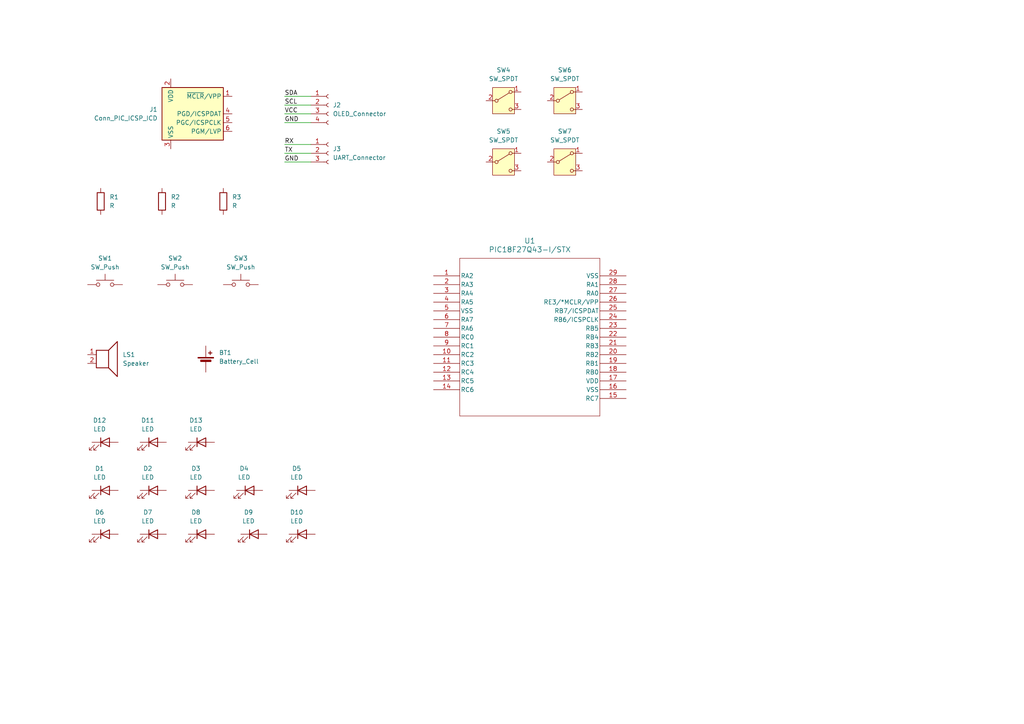
<source format=kicad_sch>
(kicad_sch (version 20250114) (generator "eeschema") (generator_version "9.0")
  (paper "A4")
  (lib_symbols
    (symbol "Connector:Conn_01x03_Socket" (pin_names (offset 1.016) (hide yes))
      (property "Reference" "J" (at 0 5.08 0))
      (property "Value" "Conn_01x03_Socket" (at 0 -5.08 0))
      (symbol "Conn_01x03_Socket_1_1"
        (polyline (pts (xy -1.27 2.54) (xy -0.508 2.54)) (stroke (width 0.1524)))
        (polyline (pts (xy -1.27 0) (xy -0.508 0)) (stroke (width 0.1524)))
        (polyline (pts (xy -1.27 -2.54) (xy -0.508 -2.54)) (stroke (width 0.1524)))
        (arc (start 0 2.032) (mid -0.5058 2.54) (end 0 3.048) (stroke (width 0.1524)))
        (arc (start 0 -0.508) (mid -0.5058 0) (end 0 0.508) (stroke (width 0.1524)))
        (arc (start 0 -3.048) (mid -0.5058 -2.54) (end 0 -2.032) (stroke (width 0.1524)))
        (pin passive line (at -5.08 2.54 0) (length 3.81) (name "Pin_1") (number "1"))
        (pin passive line (at -5.08 0 0) (length 3.81) (name "Pin_2") (number "2"))
        (pin passive line (at -5.08 -2.54 0) (length 3.81) (name "Pin_3") (number "3"))
      )
    )
    (symbol "Connector:Conn_01x04_Socket" (pin_names (offset 1.016) (hide yes))
      (property "Reference" "J" (at 0 5.08 0))
      (property "Value" "Conn_01x04_Socket" (at 0 -7.62 0))
      (symbol "Conn_01x04_Socket_1_1"
        (polyline (pts (xy -1.27 2.54) (xy -0.508 2.54)) (stroke (width 0.1524)))
        (polyline (pts (xy -1.27 0) (xy -0.508 0)) (stroke (width 0.1524)))
        (polyline (pts (xy -1.27 -2.54) (xy -0.508 -2.54)) (stroke (width 0.1524)))
        (polyline (pts (xy -1.27 -5.08) (xy -0.508 -5.08)) (stroke (width 0.1524)))
        (arc (start 0 2.032) (mid -0.5058 2.54) (end 0 3.048) (stroke (width 0.1524)))
        (arc (start 0 -0.508) (mid -0.5058 0) (end 0 0.508) (stroke (width 0.1524)))
        (arc (start 0 -3.048) (mid -0.5058 -2.54) (end 0 -2.032) (stroke (width 0.1524)))
        (arc (start 0 -5.588) (mid -0.5058 -5.08) (end 0 -4.572) (stroke (width 0.1524)))
        (pin passive line (at -5.08 2.54 0) (length 3.81) (name "Pin_1") (number "1"))
        (pin passive line (at -5.08 0 0) (length 3.81) (name "Pin_2") (number "2"))
        (pin passive line (at -5.08 -2.54 0) (length 3.81) (name "Pin_3") (number "3"))
        (pin passive line (at -5.08 -5.08 0) (length 3.81) (name "Pin_4") (number "4"))
      )
    )
    (symbol "Connector:Conn_PIC_ICSP_ICD"
      (property "Reference" "J" (at 6.35 8.89 0))
      (property "Value" "Conn_PIC_ICSP_ICD" (at -8.89 -1.27 90))
      (symbol "Conn_PIC_ICSP_ICD_0_1"
        (rectangle (start -7.62 7.62) (end 10.16 -7.62) (stroke (width 0.254)) (fill (type background)))
      )
      (symbol "Conn_PIC_ICSP_ICD_1_1"
        (pin passive line (at -5.08 10.16 270) (length 2.54) (name "VDD") (number "2"))
        (pin power_in line (at -5.08 -10.16 90) (length 2.54) (name "VSS") (number "3"))
        (pin passive line (at 12.7 5.08 180) (length 2.54) (name "~{MCLR}/VPP") (number "1"))
        (pin bidirectional line (at 12.7 0 180) (length 2.54) (name "PGD/ICSPDAT") (number "4"))
        (pin output line (at 12.7 -2.54 180) (length 2.54) (name "PGC/ICSPCLK") (number "5"))
        (pin output line (at 12.7 -5.08 180) (length 2.54) (name "PGM/LVP") (number "6"))
      )
    )
    (symbol "Device:Battery_Cell" (pin_numbers (hide yes)) (pin_names (offset 0) (hide yes))
      (property "Reference" "BT" (at 2.54 2.54 0))
      (property "Value" "Battery_Cell" (at 2.54 0 0))
      (symbol "Battery_Cell_0_1"
        (rectangle (start -2.286 1.778) (end 2.286 1.524) (fill (type outline)))
        (rectangle (start -1.524 1.016) (end 1.524 0.508) (fill (type outline)))
        (polyline (pts (xy 0 1.778) (xy 0 2.54)))
        (polyline (pts (xy 0 0.762) (xy 0 0)))
        (polyline (pts (xy 0.762 3.048) (xy 1.778 3.048)) (stroke (width 0.254)))
        (polyline (pts (xy 1.27 3.556) (xy 1.27 2.54)) (stroke (width 0.254)))
      )
      (symbol "Battery_Cell_1_1"
        (pin passive line (at 0 5.08 270) (length 2.54) (name "+") (number "1"))
        (pin passive line (at 0 -2.54 90) (length 2.54) (name "-") (number "2"))
      )
    )
    (symbol "Device:LED" (pin_numbers (hide yes)) (pin_names (offset 1.016) (hide yes))
      (property "Reference" "D" (at 0 2.54 0))
      (property "Value" "LED" (at 0 -2.54 0))
      (symbol "LED_0_1"
        (polyline (pts (xy -3.048 -0.762) (xy -4.572 -2.286) (xy -3.81 -2.286) (xy -4.572 -2.286) (xy -4.572 -1.524)))
        (polyline (pts (xy -1.778 -0.762) (xy -3.302 -2.286) (xy -2.54 -2.286) (xy -3.302 -2.286) (xy -3.302 -1.524)))
        (polyline (pts (xy -1.27 0) (xy 1.27 0)))
        (polyline (pts (xy -1.27 -1.27) (xy -1.27 1.27)) (stroke (width 0.254)))
        (polyline (pts (xy 1.27 -1.27) (xy 1.27 1.27) (xy -1.27 0) (xy 1.27 -1.27)) (stroke (width 0.254)))
      )
      (symbol "LED_1_1"
        (pin passive line (at -3.81 0 0) (length 2.54) (name "K") (number "1"))
        (pin passive line (at 3.81 0 180) (length 2.54) (name "A") (number "2"))
      )
    )
    (symbol "Device:R" (pin_numbers (hide yes)) (pin_names (offset 0))
      (property "Reference" "R" (at 2.032 0 90))
      (property "Value" "R" (at 0 0 90))
      (symbol "R_0_1"
        (rectangle (start -1.016 -2.54) (end 1.016 2.54) (stroke (width 0.254)))
      )
      (symbol "R_1_1"
        (pin passive line (at 0 3.81 270) (length 1.27) (name "~") (number "1"))
        (pin passive line (at 0 -3.81 90) (length 1.27) (name "~") (number "2"))
      )
    )
    (symbol "Device:Speaker" (pin_names (offset 0) (hide yes))
      (property "Reference" "LS" (at 1.27 5.715 0))
      (property "Value" "Speaker" (at 1.27 3.81 0))
      (symbol "Speaker_0_0"
        (rectangle (start -2.54 1.27) (end 1.016 -3.81) (stroke (width 0.254)))
        (polyline (pts (xy 1.016 1.27) (xy 3.556 3.81) (xy 3.556 -6.35) (xy 1.016 -3.81)) (stroke (width 0.254)))
      )
      (symbol "Speaker_1_1"
        (pin input line (at -5.08 0 0) (length 2.54) (name "1") (number "1"))
        (pin input line (at -5.08 -2.54 0) (length 2.54) (name "2") (number "2"))
      )
    )
    (symbol "PIC18F27Q43-I-STX:PIC18F27Q43-I_STX" (pin_names (offset 0.254))
      (property "Reference" "U" (at 27.94 10.16 0))
      (property "Value" "PIC18F27Q43-I/STX" (at 27.94 7.62 0))
      (symbol "PIC18F27Q43-I_STX_0_1"
        (polyline (pts (xy 7.62 5.08) (xy 7.62 -40.64)) (stroke (width 0.127)))
        (polyline (pts (xy 7.62 -40.64) (xy 48.26 -40.64)) (stroke (width 0.127)))
        (polyline (pts (xy 48.26 5.08) (xy 7.62 5.08)) (stroke (width 0.127)))
        (polyline (pts (xy 48.26 -40.64) (xy 48.26 5.08)) (stroke (width 0.127)))
        (pin bidirectional line (at 0 0 0) (length 7.62) (name "RA2") (number "1"))
        (pin bidirectional line (at 0 -2.54 0) (length 7.62) (name "RA3") (number "2"))
        (pin bidirectional line (at 0 -5.08 0) (length 7.62) (name "RA4") (number "3"))
        (pin bidirectional line (at 0 -7.62 0) (length 7.62) (name "RA5") (number "4"))
        (pin power_out line (at 0 -10.16 0) (length 7.62) (name "VSS") (number "5"))
        (pin bidirectional line (at 0 -12.7 0) (length 7.62) (name "RA7") (number "6"))
        (pin bidirectional line (at 0 -15.24 0) (length 7.62) (name "RA6") (number "7"))
        (pin bidirectional line (at 0 -17.78 0) (length 7.62) (name "RC0") (number "8"))
        (pin bidirectional line (at 0 -20.32 0) (length 7.62) (name "RC1") (number "9"))
        (pin bidirectional line (at 0 -22.86 0) (length 7.62) (name "RC2") (number "10"))
        (pin bidirectional line (at 0 -25.4 0) (length 7.62) (name "RC3") (number "11"))
        (pin bidirectional line (at 0 -27.94 0) (length 7.62) (name "RC4") (number "12"))
        (pin bidirectional line (at 0 -30.48 0) (length 7.62) (name "RC5") (number "13"))
        (pin bidirectional line (at 0 -33.02 0) (length 7.62) (name "RC6") (number "14"))
        (pin power_out line (at 55.88 0 180) (length 7.62) (name "VSS") (number "29"))
        (pin bidirectional line (at 55.88 -2.54 180) (length 7.62) (name "RA1") (number "28"))
        (pin bidirectional line (at 55.88 -5.08 180) (length 7.62) (name "RA0") (number "27"))
        (pin bidirectional line (at 55.88 -7.62 180) (length 7.62) (name "RE3/*MCLR/VPP") (number "26"))
        (pin bidirectional line (at 55.88 -10.16 180) (length 7.62) (name "RB7/ICSPDAT") (number "25"))
        (pin bidirectional line (at 55.88 -12.7 180) (length 7.62) (name "RB6/ICSPCLK") (number "24"))
        (pin bidirectional line (at 55.88 -15.24 180) (length 7.62) (name "RB5") (number "23"))
        (pin bidirectional line (at 55.88 -17.78 180) (length 7.62) (name "RB4") (number "22"))
        (pin bidirectional line (at 55.88 -20.32 180) (length 7.62) (name "RB3") (number "21"))
        (pin bidirectional line (at 55.88 -22.86 180) (length 7.62) (name "RB2") (number "20"))
        (pin bidirectional line (at 55.88 -25.4 180) (length 7.62) (name "RB1") (number "19"))
        (pin bidirectional line (at 55.88 -27.94 180) (length 7.62) (name "RB0") (number "18"))
        (pin power_in line (at 55.88 -30.48 180) (length 7.62) (name "VDD") (number "17"))
        (pin power_out line (at 55.88 -33.02 180) (length 7.62) (name "VSS") (number "16"))
        (pin bidirectional line (at 55.88 -35.56 180) (length 7.62) (name "RC7") (number "15"))
      )
    )
    (symbol "Switch:SW_Push" (pin_numbers (hide yes)) (pin_names (offset 1.016) (hide yes))
      (property "Reference" "SW" (at 1.27 2.54 0))
      (property "Value" "SW_Push" (at 0 -1.524 0))
      (symbol "SW_Push_0_1"
        (circle (center -2.032 0) (radius 0.508))
        (polyline (pts (xy 0 1.27) (xy 0 3.048)))
        (circle (center 2.032 0) (radius 0.508))
        (polyline (pts (xy 2.54 1.27) (xy -2.54 1.27)))
        (pin passive line (at -5.08 0 0) (length 2.54) (name "1") (number "1"))
        (pin passive line (at 5.08 0 180) (length 2.54) (name "2") (number "2"))
      )
    )
    (symbol "Switch:SW_SPDT" (pin_names (offset 0) (hide yes))
      (property "Reference" "SW" (at 0 5.08 0))
      (property "Value" "SW_SPDT" (at 0 -5.08 0))
      (symbol "SW_SPDT_0_1"
        (circle (center -2.032 0) (radius 0.4572))
        (polyline (pts (xy -1.651 0.254) (xy 1.651 2.286)))
        (circle (center 2.032 2.54) (radius 0.4572))
        (circle (center 2.032 -2.54) (radius 0.4572))
      )
      (symbol "SW_SPDT_1_1"
        (rectangle (start -3.175 3.81) (end 3.175 -3.81) (fill (type background)))
        (pin passive line (at -5.08 0 0) (length 2.54) (name "B") (number "2"))
        (pin passive line (at 5.08 2.54 180) (length 2.54) (name "A") (number "1"))
        (pin passive line (at 5.08 -2.54 180) (length 2.54) (name "C") (number "3"))
      )
    )
  )
  (wire (pts (xy 82.55 27.94) (xy 90.17 27.94)))
  (wire (pts (xy 82.55 44.45) (xy 90.17 44.45)))
  (wire (pts (xy 82.55 41.91) (xy 90.17 41.91)))
  (wire (pts (xy 82.55 35.56) (xy 90.17 35.56)))
  (wire (pts (xy 82.55 30.48) (xy 90.17 30.48)))
  (wire (pts (xy 82.55 33.02) (xy 90.17 33.02)))
  (wire (pts (xy 82.55 46.99) (xy 90.17 46.99)))
  (label "SCL" (at 82.55 30.48 0))
  (label "GND" (at 82.55 46.99 0))
  (label "GND" (at 82.55 35.56 0))
  (label "TX" (at 82.55 44.45 0))
  (label "VCC" (at 82.55 33.02 0))
  (label "RX" (at 82.55 41.91 0))
  (label "SDA" (at 82.55 27.94 0))
  (symbol (lib_id "Switch:SW_Push") (at 69.85 82.55 0) (unit 1)
    (property "Reference" "SW3" (at 69.85 74.93 0))
    (property "Value" "SW_Push" (at 69.85 77.47 0))
    (property "Description" "Push button switch, generic, two pins" (effects (hide yes)))
  )
  (symbol (lib_id "Device:LED") (at 73.66 154.94 0) (unit 1)
    (property "Reference" "D9" (at 72.0725 148.59 0))
    (property "Value" "LED" (at 72.0725 151.13 0))
    (property "Description" "Light emitting diode" (effects (hide yes)))
    (property "Sim.Pins" "1=K 2=A" (effects (hide yes)))
  )
  (symbol (lib_id "Switch:SW_Push") (at 30.48 82.55 0) (unit 1)
    (property "Reference" "SW1" (at 30.48 74.93 0))
    (property "Value" "SW_Push" (at 30.48 77.47 0))
    (property "Description" "Push button switch, generic, two pins" (effects (hide yes)))
  )
  (symbol (lib_id "PIC18F27Q43-I-STX:PIC18F27Q43-I_STX") (at 125.73 80.01 0) (unit 1)
    (property "Reference" "U1" (at 153.67 69.85 0) (effects (font (size 1.524 1.524))))
    (property "Value" "PIC18F27Q43-I/STX" (at 153.67 72.39 0) (effects (font (size 1.524 1.524))))
    (property "Footprint" "VQFN28_STX_MCH" (effects (hide yes)))
    (property "Datasheet" "PIC18F27Q43-I/STX" (effects (hide yes)))
  )
  (symbol (lib_id "Device:LED") (at 58.42 154.94 0) (unit 1)
    (property "Reference" "D8" (at 56.8325 148.59 0))
    (property "Value" "LED" (at 56.8325 151.13 0))
    (property "Description" "Light emitting diode" (effects (hide yes)))
    (property "Sim.Pins" "1=K 2=A" (effects (hide yes)))
  )
  (symbol (lib_id "Device:R") (at 29.21 58.42 0) (unit 1)
    (property "Reference" "R1" (at 31.75 57.1499 0) (effects (justify left)))
    (property "Value" "R" (at 31.75 59.6899 0) (effects (justify left)))
    (property "Description" "Resistor" (effects (hide yes)))
  )
  (symbol (lib_id "Device:LED") (at 87.63 142.24 0) (unit 1)
    (property "Reference" "D5" (at 86.0425 135.89 0))
    (property "Value" "LED" (at 86.0425 138.43 0))
    (property "Description" "Light emitting diode" (effects (hide yes)))
    (property "Sim.Pins" "1=K 2=A" (effects (hide yes)))
  )
  (symbol (lib_id "Device:LED") (at 44.45 154.94 0) (unit 1)
    (property "Reference" "D7" (at 42.8625 148.59 0))
    (property "Value" "LED" (at 42.8625 151.13 0))
    (property "Description" "Light emitting diode" (effects (hide yes)))
    (property "Sim.Pins" "1=K 2=A" (effects (hide yes)))
  )
  (symbol (lib_id "Device:LED") (at 87.63 154.94 0) (unit 1)
    (property "Reference" "D10" (at 86.0425 148.59 0))
    (property "Value" "LED" (at 86.0425 151.13 0))
    (property "Description" "Light emitting diode" (effects (hide yes)))
    (property "Sim.Pins" "1=K 2=A" (effects (hide yes)))
  )
  (symbol (lib_id "Device:LED") (at 58.42 128.27 0) (unit 1)
    (property "Reference" "D13" (at 56.8325 121.92 0))
    (property "Value" "LED" (at 56.8325 124.46 0))
    (property "Description" "Light emitting diode" (effects (hide yes)))
    (property "Sim.Pins" "1=K 2=A" (effects (hide yes)))
  )
  (symbol (lib_id "Device:Battery_Cell") (at 59.69 105.41 0) (unit 1)
    (property "Reference" "BT1" (at 63.5 102.2984 0) (effects (justify left)))
    (property "Value" "Battery_Cell" (at 63.5 104.8384 0) (effects (justify left)))
    (property "Description" "Single-cell battery" (effects (hide yes)))
  )
  (symbol (lib_id "Switch:SW_SPDT") (at 163.83 29.21 0) (unit 1)
    (property "Reference" "SW6" (at 163.83 20.32 0))
    (property "Value" "SW_SPDT" (at 163.83 22.86 0))
    (property "Description" "Switch, single pole double throw" (effects (hide yes)))
  )
  (symbol (lib_id "Connector:Conn_01x03_Socket") (at 95.25 44.45 0) (unit 1)
    (property "Reference" "J3" (at 96.52 43.1799 0) (effects (justify left)))
    (property "Value" "UART_Connector" (at 96.52 45.7199 0) (effects (justify left)))
    (property "Description" "Generic connector, single row, 01x03, script generated" (effects (hide yes)))
  )
  (symbol (lib_id "Device:Speaker") (at 30.48 102.87 0) (unit 1)
    (property "Reference" "LS1" (at 35.56 102.8699 0) (effects (justify left)))
    (property "Value" "Speaker" (at 35.56 105.4099 0) (effects (justify left)))
    (property "Description" "Speaker" (effects (hide yes)))
  )
  (symbol (lib_id "Device:LED") (at 44.45 142.24 0) (unit 1)
    (property "Reference" "D2" (at 42.8625 135.89 0))
    (property "Value" "LED" (at 42.8625 138.43 0))
    (property "Description" "Light emitting diode" (effects (hide yes)))
    (property "Sim.Pins" "1=K 2=A" (effects (hide yes)))
  )
  (symbol (lib_id "Connector:Conn_01x04_Socket") (at 95.25 30.48 0) (unit 1)
    (property "Reference" "J2" (at 96.52 30.4799 0) (effects (justify left)))
    (property "Value" "OLED_Connector" (at 96.52 33.0199 0) (effects (justify left)))
    (property "Description" "Generic connector, single row, 01x04, script generated" (effects (hide yes)))
  )
  (symbol (lib_id "Device:R") (at 46.99 58.42 0) (unit 1)
    (property "Reference" "R2" (at 49.53 57.1499 0) (effects (justify left)))
    (property "Value" "R" (at 49.53 59.6899 0) (effects (justify left)))
    (property "Description" "Resistor" (effects (hide yes)))
  )
  (symbol (lib_id "Device:LED") (at 72.39 142.24 0) (unit 1)
    (property "Reference" "D4" (at 70.8025 135.89 0))
    (property "Value" "LED" (at 70.8025 138.43 0))
    (property "Description" "Light emitting diode" (effects (hide yes)))
    (property "Sim.Pins" "1=K 2=A" (effects (hide yes)))
  )
  (symbol (lib_id "Switch:SW_Push") (at 50.8 82.55 0) (unit 1)
    (property "Reference" "SW2" (at 50.8 74.93 0))
    (property "Value" "SW_Push" (at 50.8 77.47 0))
    (property "Description" "Push button switch, generic, two pins" (effects (hide yes)))
  )
  (symbol (lib_id "Device:LED") (at 44.45 128.27 0) (unit 1)
    (property "Reference" "D11" (at 42.8625 121.92 0))
    (property "Value" "LED" (at 42.8625 124.46 0))
    (property "Description" "Light emitting diode" (effects (hide yes)))
    (property "Sim.Pins" "1=K 2=A" (effects (hide yes)))
  )
  (symbol (lib_id "Device:LED") (at 30.48 154.94 0) (unit 1)
    (property "Reference" "D6" (at 28.8925 148.59 0))
    (property "Value" "LED" (at 28.8925 151.13 0))
    (property "Description" "Light emitting diode" (effects (hide yes)))
    (property "Sim.Pins" "1=K 2=A" (effects (hide yes)))
  )
  (symbol (lib_id "Device:LED") (at 30.48 128.27 0) (unit 1)
    (property "Reference" "D12" (at 28.8925 121.92 0))
    (property "Value" "LED" (at 28.8925 124.46 0))
    (property "Description" "Light emitting diode" (effects (hide yes)))
    (property "Sim.Pins" "1=K 2=A" (effects (hide yes)))
  )
  (symbol (lib_id "Connector:Conn_PIC_ICSP_ICD") (at 54.61 33.02 0) (unit 1)
    (property "Reference" "J1" (at 45.72 31.7499 0) (effects (justify right)))
    (property "Value" "Conn_PIC_ICSP_ICD" (at 45.72 34.2899 0) (effects (justify right)))
    (property "Datasheet" "http://ww1.microchip.com/downloads/en/devicedoc/30277d.pdf" (effects (hide yes)))
    (property "Description" "Microchip PIC In-Circuit Serial Programming/Debugging (ICSP/ICD) connector" (effects (hide yes)))
  )
  (symbol (lib_id "Device:LED") (at 58.42 142.24 0) (unit 1)
    (property "Reference" "D3" (at 56.8325 135.89 0))
    (property "Value" "LED" (at 56.8325 138.43 0))
    (property "Description" "Light emitting diode" (effects (hide yes)))
    (property "Sim.Pins" "1=K 2=A" (effects (hide yes)))
  )
  (symbol (lib_id "Device:R") (at 64.77 58.42 0) (unit 1)
    (property "Reference" "R3" (at 67.31 57.1499 0) (effects (justify left)))
    (property "Value" "R" (at 67.31 59.6899 0) (effects (justify left)))
    (property "Description" "Resistor" (effects (hide yes)))
  )
  (symbol (lib_id "Switch:SW_SPDT") (at 146.05 46.99 0) (unit 1)
    (property "Reference" "SW5" (at 146.05 38.1 0))
    (property "Value" "SW_SPDT" (at 146.05 40.64 0))
    (property "Description" "Switch, single pole double throw" (effects (hide yes)))
  )
  (symbol (lib_id "Switch:SW_SPDT") (at 163.83 46.99 0) (unit 1)
    (property "Reference" "SW7" (at 163.83 38.1 0))
    (property "Value" "SW_SPDT" (at 163.83 40.64 0))
    (property "Description" "Switch, single pole double throw" (effects (hide yes)))
  )
  (symbol (lib_id "Switch:SW_SPDT") (at 146.05 29.21 0) (unit 1)
    (property "Reference" "SW4" (at 146.05 20.32 0))
    (property "Value" "SW_SPDT" (at 146.05 22.86 0))
    (property "Description" "Switch, single pole double throw" (effects (hide yes)))
  )
  (symbol (lib_id "Device:LED") (at 30.48 142.24 0) (unit 1)
    (property "Reference" "D1" (at 28.8925 135.89 0))
    (property "Value" "LED" (at 28.8925 138.43 0))
    (property "Description" "Light emitting diode" (effects (hide yes)))
    (property "Sim.Pins" "1=K 2=A" (effects (hide yes)))
  )
)
</source>
